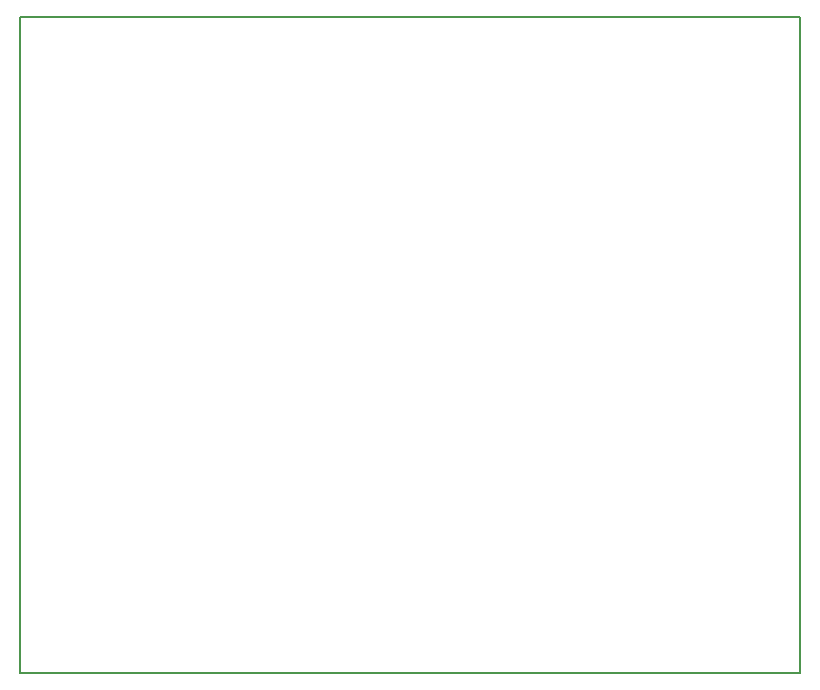
<source format=gbr>
G04 #@! TF.FileFunction,Profile,NP*
%FSLAX46Y46*%
G04 Gerber Fmt 4.6, Leading zero omitted, Abs format (unit mm)*
G04 Created by KiCad (PCBNEW 4.0.1-2.fc23-product) date Fri 08 Jan 2016 07:43:49 PM MST*
%MOMM*%
G01*
G04 APERTURE LIST*
%ADD10C,0.100000*%
%ADD11C,0.150000*%
G04 APERTURE END LIST*
D10*
D11*
X179000000Y-119500000D02*
X179000000Y-64000000D01*
X113000000Y-64000000D02*
X113000000Y-119500000D01*
X179000000Y-64000000D02*
X113000000Y-64000000D01*
X113000000Y-119500000D02*
X179000000Y-119500000D01*
M02*

</source>
